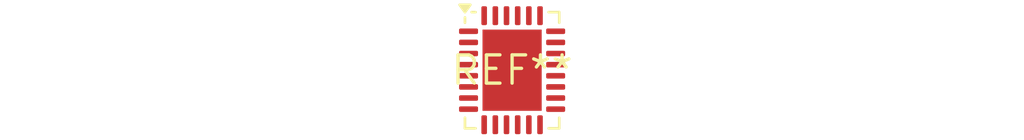
<source format=kicad_pcb>
(kicad_pcb (version 20240108) (generator pcbnew)
  (layers (0 "F.Cu" signal) (31 "B.Cu" signal) (34 "B.Paste" user) (35 "F.Paste" user) (36 "B.SilkS" user "B.Silkscreen") (37 "F.SilkS" user "F.Silkscreen") (38 "B.Mask" user) (39 "F.Mask" user) (44 "Edge.Cuts" user))
  (net 0 "")
  (footprint "QFN-28-1EP_4x5mm_P0.5mm_EP2.65x3.65mm" (layer "F.Cu") (at 0 0)
    (property "Reference" "REF**")
    (property "Value" "QFN-28-1EP_4x5mm_P0.5mm_EP2.65x3.65mm")
    (fp_line (start -2.11 -2.135) (end -2.11 -2.37) (layer "F.SilkS") (stroke (width 0.12)))
    (fp_line (start -2.11 2.61) (end -2.11 2.135) (layer "F.SilkS") (stroke (width 0.12)))
    (fp_line (start -1.635 -2.61) (end -1.81 -2.61) (layer "F.SilkS") (stroke (width 0.12)))
    (fp_line (start -1.635 2.61) (end -2.11 2.61) (layer "F.SilkS") (stroke (width 0.12)))
    (fp_line (start 1.635 -2.61) (end 2.11 -2.61) (layer "F.SilkS") (stroke (width 0.12)))
    (fp_line (start 1.635 2.61) (end 2.11 2.61) (layer "F.SilkS") (stroke (width 0.12)))
    (fp_line (start 2.11 -2.61) (end 2.11 -2.135) (layer "F.SilkS") (stroke (width 0.12)))
    (fp_line (start 2.11 2.61) (end 2.11 2.135) (layer "F.SilkS") (stroke (width 0.12)))
    (fp_poly (pts (xy -2.11 -2.61) (xy -2.35 -2.94) (xy -1.87 -2.94) (xy -2.11 -2.61)) (layer "F.SilkS") (stroke (width 0.12)) (fill solid))
    (pad "1" smd roundrect (at -1.95 -1.75) (size 0.85 0.25) (layers "F.Cu" "F.Paste" "F.Mask"))
    (pad "2" smd roundrect (at -1.95 -1.25) (size 0.85 0.25) (layers "F.Cu" "F.Paste" "F.Mask"))
    (pad "3" smd roundrect (at -1.95 -0.75) (size 0.85 0.25) (layers "F.Cu" "F.Paste" "F.Mask"))
    (pad "4" smd roundrect (at -1.95 -0.25) (size 0.85 0.25) (layers "F.Cu" "F.Paste" "F.Mask"))
    (pad "5" smd roundrect (at -1.95 0.25) (size 0.85 0.25) (layers "F.Cu" "F.Paste" "F.Mask"))
    (pad "6" smd roundrect (at -1.95 0.75) (size 0.85 0.25) (layers "F.Cu" "F.Paste" "F.Mask"))
    (pad "7" smd roundrect (at -1.95 1.25) (size 0.85 0.25) (layers "F.Cu" "F.Paste" "F.Mask"))
    (pad "8" smd roundrect (at -1.95 1.75) (size 0.85 0.25) (layers "F.Cu" "F.Paste" "F.Mask"))
    (pad "9" smd roundrect (at -1.25 2.45) (size 0.25 0.85) (layers "F.Cu" "F.Paste" "F.Mask"))
    (pad "10" smd roundrect (at -0.75 2.45) (size 0.25 0.85) (layers "F.Cu" "F.Paste" "F.Mask"))
    (pad "11" smd roundrect (at -0.25 2.45) (size 0.25 0.85) (layers "F.Cu" "F.Paste" "F.Mask"))
    (pad "12" smd roundrect (at 0.25 2.45) (size 0.25 0.85) (layers "F.Cu" "F.Paste" "F.Mask"))
    (pad "13" smd roundrect (at 0.75 2.45) (size 0.25 0.85) (layers "F.Cu" "F.Paste" "F.Mask"))
    (pad "14" smd roundrect (at 1.25 2.45) (size 0.25 0.85) (layers "F.Cu" "F.Paste" "F.Mask"))
    (pad "15" smd roundrect (at 1.95 1.75) (size 0.85 0.25) (layers "F.Cu" "F.Paste" "F.Mask"))
    (pad "16" smd roundrect (at 1.95 1.25) (size 0.85 0.25) (layers "F.Cu" "F.Paste" "F.Mask"))
    (pad "17" smd roundrect (at 1.95 0.75) (size 0.85 0.25) (layers "F.Cu" "F.Paste" "F.Mask"))
    (pad "18" smd roundrect (at 1.95 0.25) (size 0.85 0.25) (layers "F.Cu" "F.Paste" "F.Mask"))
    (pad "19" smd roundrect (at 1.95 -0.25) (size 0.85 0.25) (layers "F.Cu" "F.Paste" "F.Mask"))
    (pad "20" smd roundrect (at 1.95 -0.75) (size 0.85 0.25) (layers "F.Cu" "F.Paste" "F.Mask"))
    (pad "21" smd roundrect (at 1.95 -1.25) (size 0.85 0.25) (layers "F.Cu" "F.Paste" "F.Mask"))
    (pad "22" smd roundrect (at 1.95 -1.75) (size 0.85 0.25) (layers "F.Cu" "F.Paste" "F.Mask"))
    (pad "23" smd roundrect (at 1.25 -2.45) (size 0.25 0.85) (layers "F.Cu" "F.Paste" "F.Mask"))
    (pad "24" smd roundrect (at 0.75 -2.45) (size 0.25 0.85) (layers "F.Cu" "F.Paste" "F.Mask"))
    (pad "25" smd roundrect (at 0.25 -2.45) (size 0.25 0.85) (layers "F.Cu" "F.Paste" "F.Mask"))
    (pad "26" smd roundrect (at -0.25 -2.45) (size 0.25 0.85) (layers "F.Cu" "F.Paste" "F.Mask"))
    (pad "27" smd roundrect (at -0.75 -2.45) (size 0.25 0.85) (layers "F.Cu" "F.Paste" "F.Mask"))
    (pad "28" smd roundrect (at -1.25 -2.45) (size 0.25 0.85) (layers "F.Cu" "F.Paste" "F.Mask"))
    (pad "29" smd rect (at 0 0) (size 2.65 3.65) (property pad_prop_heatsink) (layers "F.Cu" "F.Mask"))
  )
)
</source>
